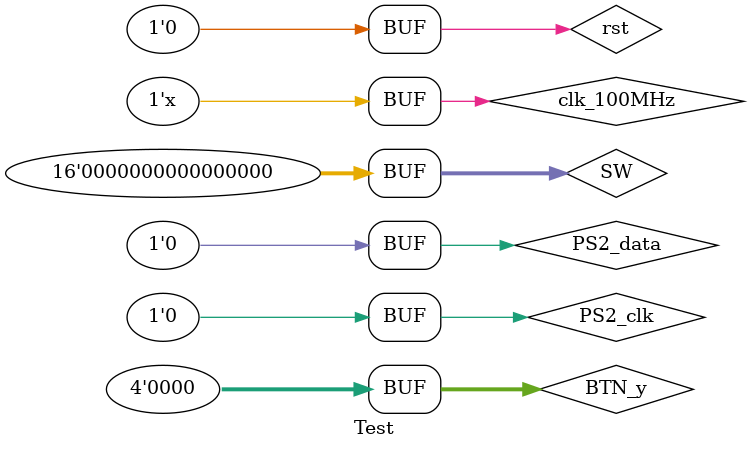
<source format=v>
`timescale 1ns / 1ps


module Test;

	// Inputs
	reg rst;
	reg [15:0] SW;
	reg clk_100MHz;
	reg [3:0] BTN_y;
	reg PS2_clk;
	reg PS2_data;

	// Outputs
	wire [11:0] ram_addr;
	wire [31:0] ram_data_in;
	wire [31:0] ram_data_out;
	wire vga_rdn;
	wire [18:0] vga_addr;
	wire read;
	wire [9:0] row;
	wire [10:0] col;
	wire [9:0] h_count;
	wire [9:0] v_count;
	wire [18:0] cpu_vram_addr;
	wire vram;
	wire vram_write;
	wire [18:0] vram_addr;
	wire [11:0] vram_data_in;
	wire [11:0] vram_out;
	wire [13:0] source_addr;
	wire [11:0] source_out;
	wire [7:0] map_addr;
	wire [4:0] map_out;
	wire [31:0] Addr_out;
	wire [31:0] inst;
	wire [31:0] PC;
	wire [31:0] Data_in;
	wire MIO_ready;
	wire [4:0] state;
	wire [31:0] rdata_A;
	wire [31:0] Data_out;
	wire [31:0] res;
	wire [4:0] reg_Rs_addr_A;
	wire [4:0] reg_Rt_addr_B;
	wire [4:0] reg_Wt_addr;
	wire [31:0] w_reg_data;
	wire Clk_CPU;
	wire [31:0] Div;
	wire HSYNC;
	wire VSYNC;
	wire [3:0] Red;
	wire [3:0] Green;
	wire [3:0] Blue;
	wire [4:0] BTN_x;
	wire CR;
	wire RDY;
	wire readn;
	wire seg_clk;
	wire seg_sout;
	wire SEG_PEN;
	wire seg_clrn;
	wire led_clk;
	wire led_sout;
	wire LED_PEN;
	wire led_clrn;
	wire [7:0] SEGMENT;
	wire [3:0] AN;
	wire [7:0] LED;
	wire Buzzer;

	// Instantiate the Unit Under Test (UUT)
	TankBattle_CPU uut (
		.rst(rst), 
		.SW(SW), 
		.clk_100MHz(clk_100MHz), 
		.BTN_y(BTN_y), 
		.PS2_clk(PS2_clk), 
		.PS2_data(PS2_data), 
		.ram_addr(ram_addr), 
		.ram_data_in(ram_data_in), 
		.ram_data_out(ram_data_out), 
		.vga_rdn(vga_rdn), 
		.vga_addr(vga_addr), 
		.read(read), 
		.row(row), 
		.col(col), 
		.h_count(h_count), 
		.v_count(v_count), 
		.cpu_vram_addr(cpu_vram_addr), 
		.vram(vram), 
		.vram_write(vram_write), 
		.vram_addr(vram_addr), 
		.vram_data_in(vram_data_in), 
		.vram_out(vram_out), 
		.source_addr(source_addr), 
		.source_out(source_out), 
		.map_addr(map_addr), 
		.map_out(map_out), 
		.Addr_out(Addr_out), 
		.inst(inst), 
		.PC(PC), 
		.Data_in(Data_in), 
		.MIO_ready(MIO_ready), 
		.state(state), 
		.rdata_A(rdata_A), 
		.Data_out(Data_out), 
		.res(res), 
		.reg_Rs_addr_A(reg_Rs_addr_A), 
		.reg_Rt_addr_B(reg_Rt_addr_B), 
		.reg_Wt_addr(reg_Wt_addr), 
		.w_reg_data(w_reg_data), 
		.Clk_CPU(Clk_CPU), 
		.Div(Div), 
		.HSYNC(HSYNC), 
		.VSYNC(VSYNC), 
		.Red(Red), 
		.Green(Green), 
		.Blue(Blue), 
		.BTN_x(BTN_x), 
		.CR(CR), 
		.RDY(RDY), 
		.readn(readn), 
		.seg_clk(seg_clk), 
		.seg_sout(seg_sout), 
		.SEG_PEN(SEG_PEN), 
		.seg_clrn(seg_clrn), 
		.led_clk(led_clk), 
		.led_sout(led_sout), 
		.LED_PEN(LED_PEN), 
		.led_clrn(led_clrn), 
		.SEGMENT(SEGMENT), 
		.AN(AN), 
		.LED(LED), 
		.Buzzer(Buzzer)
	);

	initial begin
		// Initialize Inputs
		rst = 1;
		SW = 0;
		clk_100MHz = 0;
		BTN_y = 0;
		PS2_clk = 0;
		PS2_data = 0;

		// Wait 100 ns for global reset to finish
		#100;
		rst = 0;
        
		// Add stimulus here

	end
      
	always begin
		clk_100MHz = ~clk_100MHz;
		#10;
	end
      
endmodule


</source>
